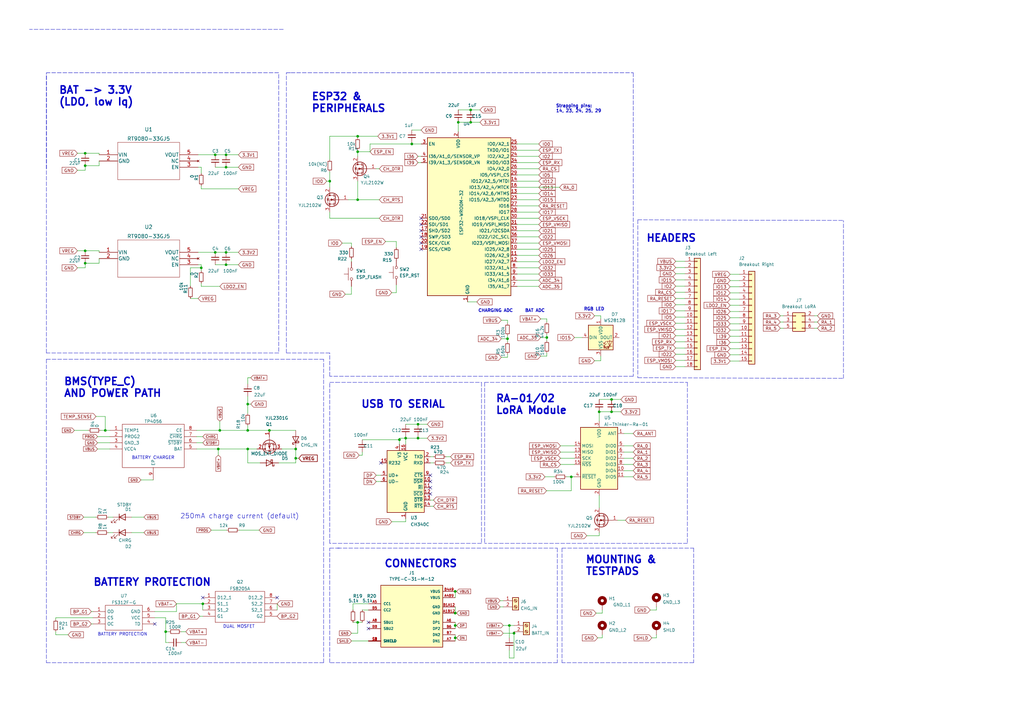
<source format=kicad_sch>
(kicad_sch (version 20211123) (generator eeschema)
  (paper "A3")
  (junction (at 121.285 184.15))
  (junction (at 34.925 107.95))
  (junction (at 92.71 108.585))
  (junction (at 34.925 67.945))
  (junction (at 186.69 261.62))
  (junction (at 166.37 179.705))
  (junction (at 82.55 109.855))
  (junction (at 163.83 180.34))
  (junction (at 245.745 168.91))
  (junction (at 187.96 50.165))
  (junction (at 234.315 195.58))
  (junction (at 121.285 187.96))
  (junction (at 193.04 45.085))
  (junction (at 135.255 74.295))
  (junction (at 110.49 176.53))
  (junction (at 34.925 102.87))
  (junction (at 101.6 176.53))
  (junction (at 146.685 55.88))
  (junction (at 186.69 242.57))
  (junction (at 224.282 138.43))
  (junction (at 67.945 259.08))
  (junction (at 92.71 63.5))
  (junction (at 146.685 62.23))
  (junction (at 208.915 256.54))
  (junction (at 186.69 256.54))
  (junction (at 208.153 138.938))
  (junction (at 34.925 62.865))
  (junction (at 146.685 255.27))
  (junction (at 83.185 247.65))
  (junction (at 171.45 173.99))
  (junction (at 146.685 81.915))
  (junction (at 250.825 163.83))
  (junction (at 101.6 165.735))
  (junction (at 193.04 50.165))
  (junction (at 89.535 184.15))
  (junction (at 210.82 259.715))
  (junction (at 88.265 103.505))
  (junction (at 92.71 103.505))
  (junction (at 90.17 176.53))
  (junction (at 186.69 251.46))
  (junction (at 168.91 59.055))
  (junction (at 88.265 63.5))
  (junction (at 101.6 184.15))
  (junction (at 43.18 176.53))
  (junction (at 92.71 68.58))
  (junction (at 250.825 168.91))
  (junction (at 171.45 179.705))
  (no_connect (at 176.53 202.565))
  (no_connect (at 172.72 92.075))
  (no_connect (at 172.72 89.535))
  (no_connect (at 172.72 94.615))
  (no_connect (at 172.72 97.155))
  (no_connect (at 172.72 102.235))
  (no_connect (at 172.72 99.695))
  (no_connect (at 151.13 257.81))
  (no_connect (at 151.13 255.27))
  (no_connect (at 83.185 245.11))
  (no_connect (at 113.665 245.11))
  (no_connect (at 63.5 255.905))
  (no_connect (at 176.53 200.025))
  (no_connect (at 176.53 194.945))
  (no_connect (at 176.53 197.485))
  (no_connect (at 156.21 189.865))
  (wire (pts (xy 151.765 59.055) (xy 151.765 62.23)))
  (wire (pts (xy 41.275 176.53) (xy 43.18 176.53)))
  (wire (pts (xy 82.55 109.855) (xy 82.55 111.125)))
  (wire (pts (xy 335.28 129.54) (xy 334.01 129.54)))
  (polyline (pts (xy 135.255 224.79) (xy 139.7 224.79)))
  (wire (pts (xy 81.28 103.505) (xy 88.265 103.505)))
  (wire (pts (xy 166.37 179.705) (xy 171.45 179.705)))
  (wire (pts (xy 212.09 104.775) (xy 220.98 104.775)))
  (polyline (pts (xy 119.38 29.845) (xy 259.715 29.845)))
  (wire (pts (xy 101.6 162.56) (xy 101.6 165.735)))
  (wire (pts (xy 250.825 163.83) (xy 254.635 163.83)))
  (wire (pts (xy 208.153 137.668) (xy 208.153 138.938)))
  (wire (pts (xy 176.53 205.105) (xy 177.8 205.105)))
  (wire (pts (xy 259.715 187.96) (xy 255.905 187.96)))
  (wire (pts (xy 166.37 213.995) (xy 166.37 212.725)))
  (wire (pts (xy 40.64 62.865) (xy 40.64 63.5)))
  (wire (pts (xy 220.98 66.675) (xy 212.09 66.675)))
  (wire (pts (xy 43.18 176.53) (xy 45.085 176.53)))
  (wire (pts (xy 259.715 190.5) (xy 255.905 190.5)))
  (wire (pts (xy 212.09 64.135) (xy 220.98 64.135)))
  (wire (pts (xy 38.1 253.365) (xy 22.86 253.365)))
  (wire (pts (xy 212.09 94.615) (xy 220.98 94.615)))
  (wire (pts (xy 141.605 120.65) (xy 144.145 120.65)))
  (wire (pts (xy 224.282 144.78) (xy 224.282 146.05)))
  (wire (pts (xy 245.745 218.44) (xy 245.745 219.71)))
  (wire (pts (xy 168.91 58.42) (xy 168.91 59.055)))
  (wire (pts (xy 321.31 129.54) (xy 320.04 129.54)))
  (wire (pts (xy 229.87 185.42) (xy 235.585 185.42)))
  (wire (pts (xy 212.09 79.375) (xy 220.98 79.375)))
  (wire (pts (xy 277.114 135.128) (xy 280.924 135.128)))
  (wire (pts (xy 90.17 176.53) (xy 90.17 172.72)))
  (wire (pts (xy 43.18 170.815) (xy 43.18 176.53)))
  (wire (pts (xy 82.55 77.47) (xy 82.55 76.2)))
  (wire (pts (xy 146.685 81.915) (xy 155.575 81.915)))
  (wire (pts (xy 78.105 117.348) (xy 78.105 109.855)))
  (wire (pts (xy 182.88 187.325) (xy 184.785 187.325)))
  (wire (pts (xy 277.114 145.288) (xy 280.924 145.288)))
  (wire (pts (xy 277.114 150.368) (xy 280.924 150.368)))
  (wire (pts (xy 121.285 184.15) (xy 121.285 187.96)))
  (polyline (pts (xy 19.05 29.845) (xy 19.05 30.48)))
  (wire (pts (xy 110.49 176.53) (xy 121.285 176.53)))
  (wire (pts (xy 144.78 250.19) (xy 144.78 247.65)))
  (wire (pts (xy 299.466 135.382) (xy 303.276 135.382)))
  (wire (pts (xy 220.98 114.935) (xy 212.09 114.935)))
  (wire (pts (xy 221.742 130.81) (xy 224.282 130.81)))
  (wire (pts (xy 31.75 62.865) (xy 34.925 62.865)))
  (wire (pts (xy 277.114 124.968) (xy 280.924 124.968)))
  (wire (pts (xy 151.765 59.055) (xy 168.91 59.055)))
  (wire (pts (xy 186.69 261.62) (xy 186.69 262.89)))
  (wire (pts (xy 144.78 247.65) (xy 151.13 247.65)))
  (wire (pts (xy 320.04 132.08) (xy 321.31 132.08)))
  (wire (pts (xy 247.015 260.35) (xy 247.015 261.62)))
  (wire (pts (xy 148.59 250.19) (xy 151.13 250.19)))
  (wire (pts (xy 166.37 179.07) (xy 166.37 179.705)))
  (wire (pts (xy 154.94 55.88) (xy 146.685 55.88)))
  (wire (pts (xy 171.45 66.675) (xy 172.72 66.675)))
  (polyline (pts (xy 284.48 224.79) (xy 284.48 271.78)))
  (wire (pts (xy 212.09 109.855) (xy 220.98 109.855)))
  (wire (pts (xy 144.145 106.172) (xy 144.145 107.315)))
  (wire (pts (xy 78.105 109.855) (xy 82.55 109.855)))
  (wire (pts (xy 269.24 250.19) (xy 266.7 250.19)))
  (wire (pts (xy 205.105 246.38) (xy 206.375 246.38)))
  (wire (pts (xy 243.84 147.955) (xy 246.38 147.955)))
  (polyline (pts (xy 259.715 29.845) (xy 259.715 154.305)))
  (wire (pts (xy 210.82 269.875) (xy 210.82 259.715)))
  (wire (pts (xy 208.915 266.7) (xy 208.915 269.875)))
  (wire (pts (xy 221.742 146.05) (xy 224.282 146.05)))
  (wire (pts (xy 269.24 261.62) (xy 267.335 261.62)))
  (wire (pts (xy 101.6 157.48) (xy 101.6 154.94)))
  (wire (pts (xy 220.98 117.475) (xy 212.09 117.475)))
  (wire (pts (xy 250.825 168.91) (xy 254.635 168.91)))
  (wire (pts (xy 37.465 250.825) (xy 38.1 250.825)))
  (wire (pts (xy 234.315 195.58) (xy 235.585 195.58)))
  (wire (pts (xy 335.28 134.62) (xy 334.01 134.62)))
  (wire (pts (xy 205.613 146.558) (xy 208.153 146.558)))
  (wire (pts (xy 245.745 168.91) (xy 250.825 168.91)))
  (wire (pts (xy 59.055 212.09) (xy 53.975 212.09)))
  (wire (pts (xy 22.86 253.365) (xy 22.86 254)))
  (wire (pts (xy 212.09 92.075) (xy 220.98 92.075)))
  (wire (pts (xy 146.685 255.27) (xy 146.685 259.715)))
  (wire (pts (xy 101.6 174.625) (xy 101.6 176.53)))
  (wire (pts (xy 88.265 63.5) (xy 92.71 63.5)))
  (wire (pts (xy 299.466 143.002) (xy 303.276 143.002)))
  (polyline (pts (xy 228.6 271.78) (xy 135.255 271.78)))
  (wire (pts (xy 229.87 182.88) (xy 235.585 182.88)))
  (wire (pts (xy 148.59 186.69) (xy 148.59 185.42)))
  (wire (pts (xy 80.645 176.53) (xy 90.17 176.53)))
  (polyline (pts (xy 198.755 156.845) (xy 281.94 156.845)))
  (wire (pts (xy 142.875 81.915) (xy 146.685 81.915)))
  (wire (pts (xy 106.68 189.865) (xy 101.6 189.865)))
  (wire (pts (xy 277.114 122.428) (xy 280.924 122.428)))
  (wire (pts (xy 67.945 253.365) (xy 67.945 259.08)))
  (wire (pts (xy 163.83 182.245) (xy 163.83 180.34)))
  (wire (pts (xy 176.53 207.645) (xy 177.8 207.645)))
  (wire (pts (xy 146.685 81.915) (xy 146.685 74.295)))
  (wire (pts (xy 221.742 138.43) (xy 224.282 138.43)))
  (wire (pts (xy 299.466 148.082) (xy 303.276 148.082)))
  (wire (pts (xy 259.715 193.04) (xy 255.905 193.04)))
  (wire (pts (xy 212.09 97.155) (xy 220.98 97.155)))
  (wire (pts (xy 97.79 77.47) (xy 82.55 77.47)))
  (wire (pts (xy 208.153 131.318) (xy 208.153 132.588)))
  (wire (pts (xy 62.865 196.85) (xy 57.785 196.85)))
  (wire (pts (xy 186.69 260.35) (xy 186.69 261.62)))
  (wire (pts (xy 212.09 102.235) (xy 220.98 102.235)))
  (wire (pts (xy 34.925 102.87) (xy 40.64 102.87)))
  (wire (pts (xy 144.78 255.27) (xy 146.685 255.27)))
  (polyline (pts (xy 230.505 224.79) (xy 284.48 224.79)))
  (wire (pts (xy 40.64 102.87) (xy 40.64 103.505)))
  (wire (pts (xy 299.466 112.522) (xy 303.276 112.522)))
  (wire (pts (xy 144.145 101.092) (xy 144.145 99.695)))
  (polyline (pts (xy 114.3 29.845) (xy 19.05 29.845)))
  (wire (pts (xy 46.355 218.44) (xy 44.45 218.44)))
  (wire (pts (xy 235.585 138.43) (xy 238.76 138.43)))
  (polyline (pts (xy 228.6 224.79) (xy 228.6 271.78)))
  (wire (pts (xy 224.155 201.295) (xy 234.315 201.295)))
  (wire (pts (xy 253.365 213.36) (xy 256.54 213.36)))
  (wire (pts (xy 186.69 248.92) (xy 186.69 251.46)))
  (wire (pts (xy 40.64 66.04) (xy 40.64 67.945)))
  (wire (pts (xy 67.945 263.525) (xy 67.945 259.08)))
  (wire (pts (xy 277.114 112.268) (xy 280.924 112.268)))
  (wire (pts (xy 277.114 107.188) (xy 280.924 107.188)))
  (wire (pts (xy 40.64 107.95) (xy 34.925 107.95)))
  (wire (pts (xy 212.09 81.915) (xy 220.98 81.915)))
  (wire (pts (xy 171.45 173.99) (xy 166.37 173.99)))
  (wire (pts (xy 140.335 99.695) (xy 144.145 99.695)))
  (polyline (pts (xy 19.05 147.32) (xy 132.715 147.32)))
  (wire (pts (xy 34.29 212.09) (xy 39.37 212.09)))
  (wire (pts (xy 40.64 67.945) (xy 34.925 67.945)))
  (wire (pts (xy 246.38 129.54) (xy 246.38 130.81)))
  (wire (pts (xy 80.645 184.15) (xy 89.535 184.15)))
  (wire (pts (xy 208.915 269.875) (xy 210.82 269.875)))
  (wire (pts (xy 208.915 261.62) (xy 208.915 256.54)))
  (wire (pts (xy 259.715 182.88) (xy 255.905 182.88)))
  (wire (pts (xy 115.57 184.15) (xy 121.285 184.15)))
  (wire (pts (xy 166.37 179.705) (xy 166.37 182.245)))
  (wire (pts (xy 299.466 125.222) (xy 303.276 125.222)))
  (wire (pts (xy 177.8 189.865) (xy 176.53 189.865)))
  (wire (pts (xy 40.64 106.045) (xy 40.64 107.95)))
  (wire (pts (xy 277.114 114.808) (xy 280.924 114.808)))
  (wire (pts (xy 144.145 120.65) (xy 144.145 117.475)))
  (wire (pts (xy 122.555 187.96) (xy 121.285 187.96)))
  (wire (pts (xy 234.315 201.295) (xy 234.315 195.58)))
  (wire (pts (xy 205.105 248.92) (xy 206.375 248.92)))
  (wire (pts (xy 245.745 163.83) (xy 250.825 163.83)))
  (wire (pts (xy 37.465 255.905) (xy 38.1 255.905)))
  (wire (pts (xy 277.114 117.348) (xy 280.924 117.348)))
  (wire (pts (xy 245.745 219.71) (xy 240.665 219.71)))
  (wire (pts (xy 22.86 260.35) (xy 27.94 260.35)))
  (wire (pts (xy 259.715 185.42) (xy 255.905 185.42)))
  (polyline (pts (xy 132.715 271.78) (xy 132.715 147.32)))
  (polyline (pts (xy 117.475 144.78) (xy 117.475 29.845)))
  (wire (pts (xy 208.153 138.938) (xy 208.153 140.208)))
  (wire (pts (xy 163.83 179.705) (xy 163.83 180.34)))
  (wire (pts (xy 277.114 109.728) (xy 280.924 109.728)))
  (wire (pts (xy 277.114 132.588) (xy 280.924 132.588)))
  (wire (pts (xy 121.285 189.865) (xy 121.285 187.96)))
  (wire (pts (xy 39.37 170.815) (xy 43.18 170.815)))
  (polyline (pts (xy 19.05 271.78) (xy 132.715 271.78)))
  (wire (pts (xy 299.466 115.062) (xy 303.276 115.062)))
  (wire (pts (xy 187.96 50.165) (xy 187.96 53.975)))
  (wire (pts (xy 162.56 120.015) (xy 162.56 116.84)))
  (wire (pts (xy 247.015 250.19) (xy 247.015 251.46)))
  (wire (pts (xy 247.015 261.62) (xy 245.11 261.62)))
  (wire (pts (xy 81.28 122.428) (xy 78.105 122.428)))
  (wire (pts (xy 83.185 247.65) (xy 83.185 250.19)))
  (wire (pts (xy 210.82 259.715) (xy 210.82 259.08)))
  (wire (pts (xy 40.005 184.15) (xy 45.085 184.15)))
  (polyline (pts (xy 135.255 222.885) (xy 135.255 156.845)))
  (polyline (pts (xy 261.62 90.17) (xy 261.62 154.94)))
  (polyline (pts (xy 135.255 154.305) (xy 135.255 144.78)))
  (wire (pts (xy 277.114 127.508) (xy 280.924 127.508)))
  (wire (pts (xy 22.86 259.08) (xy 22.86 260.35)))
  (wire (pts (xy 205.613 131.318) (xy 208.153 131.318)))
  (wire (pts (xy 34.925 62.865) (xy 40.64 62.865)))
  (wire (pts (xy 224.282 137.16) (xy 224.282 138.43)))
  (wire (pts (xy 299.466 145.542) (xy 303.276 145.542)))
  (wire (pts (xy 299.466 120.142) (xy 303.276 120.142)))
  (wire (pts (xy 299.466 117.602) (xy 303.276 117.602)))
  (wire (pts (xy 101.6 184.15) (xy 105.41 184.15)))
  (wire (pts (xy 208.153 145.288) (xy 208.153 146.558)))
  (wire (pts (xy 212.09 112.395) (xy 220.98 112.395)))
  (wire (pts (xy 135.255 89.535) (xy 135.255 86.995)))
  (wire (pts (xy 154.305 197.485) (xy 156.21 197.485)))
  (wire (pts (xy 212.09 69.215) (xy 220.98 69.215)))
  (wire (pts (xy 147.32 186.69) (xy 148.59 186.69)))
  (wire (pts (xy 246.38 146.05) (xy 246.38 147.955)))
  (polyline (pts (xy 19.05 69.215) (xy 19.05 30.48)))
  (wire (pts (xy 269.24 248.92) (xy 269.24 250.19)))
  (wire (pts (xy 89.535 184.15) (xy 101.6 184.15)))
  (wire (pts (xy 135.255 55.88) (xy 135.255 65.405)))
  (wire (pts (xy 162.56 99.06) (xy 162.56 101.6)))
  (wire (pts (xy 229.87 190.5) (xy 235.585 190.5)))
  (wire (pts (xy 101.6 154.94) (xy 102.87 154.94)))
  (polyline (pts (xy 135.255 144.78) (xy 117.475 144.78)))
  (wire (pts (xy 168.91 53.34) (xy 172.72 53.34)))
  (wire (pts (xy 245.745 203.2) (xy 245.745 208.28)))
  (wire (pts (xy 135.255 70.485) (xy 135.255 74.295)))
  (wire (pts (xy 212.09 86.995) (xy 220.98 86.995)))
  (wire (pts (xy 101.6 165.735) (xy 101.6 169.545)))
  (wire (pts (xy 31.75 102.87) (xy 34.925 102.87)))
  (wire (pts (xy 299.466 122.682) (xy 303.276 122.682)))
  (wire (pts (xy 193.04 45.085) (xy 196.85 45.085)))
  (wire (pts (xy 186.69 256.54) (xy 186.69 257.81)))
  (wire (pts (xy 212.09 59.055) (xy 220.98 59.055)))
  (wire (pts (xy 299.466 130.302) (xy 303.276 130.302)))
  (wire (pts (xy 212.09 74.295) (xy 220.98 74.295)))
  (wire (pts (xy 151.765 62.23) (xy 146.685 62.23)))
  (wire (pts (xy 259.715 177.8) (xy 255.905 177.8)))
  (wire (pts (xy 187.96 45.085) (xy 193.04 45.085)))
  (wire (pts (xy 92.71 63.5) (xy 97.79 63.5)))
  (wire (pts (xy 232.41 195.58) (xy 234.315 195.58)))
  (wire (pts (xy 146.685 62.23) (xy 146.685 64.135)))
  (wire (pts (xy 114.3 189.865) (xy 121.285 189.865)))
  (wire (pts (xy 212.09 76.835) (xy 229.489 76.835)))
  (wire (pts (xy 97.79 108.585) (xy 92.71 108.585)))
  (wire (pts (xy 31.75 69.85) (xy 34.925 69.85)))
  (wire (pts (xy 224.282 130.81) (xy 224.282 132.08)))
  (polyline (pts (xy 284.48 271.78) (xy 230.505 271.78)))
  (wire (pts (xy 34.925 109.855) (xy 34.925 107.95)))
  (wire (pts (xy 154.305 194.945) (xy 156.21 194.945)))
  (wire (pts (xy 63.5 253.365) (xy 67.945 253.365)))
  (wire (pts (xy 299.466 132.842) (xy 303.276 132.842)))
  (wire (pts (xy 277.114 142.748) (xy 280.924 142.748)))
  (wire (pts (xy 90.17 117.475) (xy 82.55 117.475)))
  (wire (pts (xy 81.28 108.585) (xy 82.55 108.585)))
  (wire (pts (xy 277.114 137.668) (xy 280.924 137.668)))
  (wire (pts (xy 245.745 168.91) (xy 245.745 172.72)))
  (wire (pts (xy 45.085 179.07) (xy 40.005 179.07)))
  (wire (pts (xy 277.114 119.888) (xy 280.924 119.888)))
  (wire (pts (xy 187.325 256.54) (xy 186.69 256.54)))
  (wire (pts (xy 277.114 140.208) (xy 280.924 140.208)))
  (wire (pts (xy 177.8 187.325) (xy 176.53 187.325)))
  (wire (pts (xy 206.375 259.715) (xy 210.82 259.715)))
  (wire (pts (xy 247.015 251.46) (xy 244.475 251.46)))
  (wire (pts (xy 82.55 108.585) (xy 82.55 109.855)))
  (wire (pts (xy 299.466 137.922) (xy 303.276 137.922)))
  (polyline (pts (xy 197.485 156.845) (xy 197.485 222.885)))
  (polyline (pts (xy 259.715 154.305) (xy 135.255 154.305)))
  (wire (pts (xy 102.87 165.735) (xy 101.6 165.735)))
  (wire (pts (xy 90.17 176.53) (xy 101.6 176.53)))
  (wire (pts (xy 168.91 59.055) (xy 172.72 59.055)))
  (wire (pts (xy 144.145 262.89) (xy 151.13 262.89)))
  (wire (pts (xy 97.79 68.58) (xy 92.71 68.58)))
  (wire (pts (xy 205.613 138.938) (xy 208.153 138.938)))
  (wire (pts (xy 212.09 89.535) (xy 220.98 89.535)))
  (polyline (pts (xy 345.948 155.194) (xy 345.948 90.424)))
  (wire (pts (xy 82.55 117.475) (xy 82.55 116.205)))
  (wire (pts (xy 34.925 69.85) (xy 34.925 67.945)))
  (wire (pts (xy 299.466 140.462) (xy 303.276 140.462)))
  (polyline (pts (xy 197.485 222.885) (xy 135.255 222.885)))
  (wire (pts (xy 206.375 256.54) (xy 208.915 256.54)))
  (polyline (pts (xy 135.255 156.845) (xy 137.795 156.845)))
  (wire (pts (xy 299.466 127.762) (xy 303.276 127.762)))
  (wire (pts (xy 45.085 181.61) (xy 40.005 181.61)))
  (wire (pts (xy 67.945 259.08) (xy 69.215 259.08)))
  (wire (pts (xy 193.04 50.165) (xy 196.85 50.165)))
  (wire (pts (xy 155.575 89.535) (xy 135.255 89.535)))
  (wire (pts (xy 98.044 217.424) (xy 106.299 217.424)))
  (wire (pts (xy 335.28 132.08) (xy 334.01 132.08)))
  (polyline (pts (xy 117.475 29.845) (xy 119.38 29.845)))
  (wire (pts (xy 101.6 189.865) (xy 101.6 184.15)))
  (wire (pts (xy 259.715 195.58) (xy 255.905 195.58)))
  (polyline (pts (xy 198.755 156.845) (xy 198.755 222.885)))
  (wire (pts (xy 74.295 259.08) (xy 76.2 259.08)))
  (wire (pts (xy 212.09 84.455) (xy 220.98 84.455)))
  (wire (pts (xy 81.28 68.58) (xy 82.55 68.58)))
  (wire (pts (xy 92.964 217.424) (xy 86.614 217.424)))
  (polyline (pts (xy 19.05 144.78) (xy 19.05 30.48)))
  (wire (pts (xy 277.114 147.828) (xy 280.924 147.828)))
  (wire (pts (xy 34.29 218.44) (xy 39.37 218.44)))
  (wire (pts (xy 171.45 179.07) (xy 171.45 179.705)))
  (polyline (pts (xy 137.795 156.845) (xy 197.485 156.845)))
  (wire (pts (xy 163.83 179.705) (xy 166.37 179.705)))
  (wire (pts (xy 224.282 138.43) (xy 224.282 139.7)))
  (wire (pts (xy 186.69 261.62) (xy 187.325 261.62)))
  (wire (pts (xy 88.265 108.585) (xy 92.71 108.585)))
  (wire (pts (xy 133.985 74.295) (xy 135.255 74.295)))
  (wire (pts (xy 63.5 250.825) (xy 72.39 250.825)))
  (polyline (pts (xy 116.205 12.065) (xy 12.065 12.065)))
  (wire (pts (xy 158.115 99.06) (xy 162.56 99.06)))
  (polyline (pts (xy 261.62 154.94) (xy 345.948 155.194)))
  (wire (pts (xy 186.69 242.57) (xy 186.69 245.11)))
  (wire (pts (xy 82.55 68.58) (xy 82.55 71.12)))
  (wire (pts (xy 59.055 218.44) (xy 53.975 218.44)))
  (wire (pts (xy 175.26 173.99) (xy 171.45 173.99)))
  (polyline (pts (xy 281.94 222.885) (xy 198.755 222.885)))
  (wire (pts (xy 227.33 195.58) (xy 223.52 195.58)))
  (wire (pts (xy 72.39 247.65) (xy 83.185 247.65)))
  (wire (pts (xy 81.28 63.5) (xy 88.265 63.5)))
  (wire (pts (xy 269.24 260.35) (xy 269.24 261.62)))
  (wire (pts (xy 146.685 61.595) (xy 146.685 62.23)))
  (wire (pts (xy 186.69 255.27) (xy 186.69 256.54)))
  (wire (pts (xy 171.45 179.705) (xy 175.26 179.705)))
  (polyline (pts (xy 114.3 30.48) (xy 114.3 144.78)))
  (wire (pts (xy 182.88 189.865) (xy 184.785 189.865)))
  (wire (pts (xy 212.09 107.315) (xy 220.98 107.315)))
  (wire (pts (xy 88.265 68.58) (xy 92.71 68.58)))
  (wire (pts (xy 160.655 120.015) (xy 162.56 120.015)))
  (wire (pts (xy 74.295 263.525) (xy 76.2 263.525)))
  (polyline (pts (xy 261.62 90.17) (xy 345.948 90.424)))
  (wire (pts (xy 67.945 263.525) (xy 69.215 263.525)))
  (wire (pts (xy 320.04 134.62) (xy 321.31 134.62)))
  (wire (pts (xy 30.48 176.53) (xy 36.195 176.53)))
  (wire (pts (xy 146.685 55.88) (xy 146.685 56.515)))
  (wire (pts (xy 89.535 184.15) (xy 89.535 186.69)))
  (wire (pts (xy 277.114 130.048) (xy 280.924 130.048)))
  (polyline (pts (xy 138.43 224.79) (xy 228.6 224.79)))
  (wire (pts (xy 92.71 103.505) (xy 97.79 103.505)))
  (wire (pts (xy 146.685 255.27) (xy 148.59 255.27)))
  (wire (pts (xy 191.77 123.825) (xy 195.58 123.825)))
  (wire (pts (xy 144.145 259.715) (xy 146.685 259.715)))
  (wire (pts (xy 160.655 213.995) (xy 166.37 213.995)))
  (wire (pts (xy 187.96 50.165) (xy 193.04 50.165)))
  (wire (pts (xy 88.265 103.505) (xy 92.71 103.505)))
  (polyline (pts (xy 230.505 224.79) (xy 230.505 271.78)))
  (wire (pts (xy 187.325 242.57) (xy 186.69 242.57)))
  (wire (pts (xy 113.665 247.65) (xy 113.665 250.19)))
  (wire (pts (xy 83.185 179.07) (xy 80.645 179.07)))
  (wire (pts (xy 212.09 99.695) (xy 220.98 99.695)))
  (wire (pts (xy 154.305 69.215) (xy 155.575 69.215)))
  (wire (pts (xy 212.09 61.595) (xy 220.98 61.595)))
  (wire (pts (xy 187.325 251.46) (xy 186.69 251.46)))
  (wire (pts (xy 101.6 176.53) (xy 110.49 176.53)))
  (wire (pts (xy 229.87 187.96) (xy 235.585 187.96)))
  (wire (pts (xy 163.83 180.34) (xy 148.59 180.34)))
  (wire (pts (xy 83.185 181.61) (xy 80.645 181.61)))
  (polyline (pts (xy 135.255 271.78) (xy 135.255 224.79)))
  (wire (pts (xy 135.255 55.88) (xy 146.685 55.88)))
  (wire (pts (xy 31.75 109.855) (xy 34.925 109.855)))
  (wire (pts (xy 212.09 71.755) (xy 220.98 71.755)))
  (wire (pts (xy 46.355 212.09) (xy 44.45 212.09)))
  (polyline (pts (xy 114.3 144.78) (xy 19.05 144.78)))
  (polyline (pts (xy 281.94 156.845) (xy 281.94 222.885)))
  (polyline (pts (xy 19.05 147.32) (xy 19.05 271.78)))
  (wire (pts (xy 171.45 64.135) (xy 172.72 64.135)))
  (wire (pts (xy 208.915 256.54) (xy 210.82 256.54)))
  (wire (pts (xy 81.915 252.73) (xy 83.185 252.73)))
  (wire (pts (xy 135.255 74.295) (xy 135.255 76.835)))
  (wire (pts (xy 72.39 247.65) (xy 72.39 250.825)))
  (wire (pts (xy 243.84 129.54) (xy 246.38 129.54)))
  (text "MOUNTING &\nTESTPADS" (at 240.03 236.22 0) (effects (font (size 3 3) (thickness 0.6) bold) (justify left bottom)))
  (text "BATTERY PROTECTION" (at 38.1 240.665 0) (effects (font (size 3 3) (thickness 0.6) bold) (justify left bottom)))
  (text "RGB LED" (at 239.395 127.635 0) (effects (font (size 1.27 1.27) bold) (justify left bottom)))
  (text "CHARGING ADC" (at 196.088 128.27 0) (effects (font (size 1.27 1.27) bold) (justify left bottom)))
  (text "BAT ADC" (at 215.265 128.27 0) (effects (font (size 1.27 1.27) bold) (justify left bottom)))
  (text "ESP32 &\nPERIPHERALS" (at 127.635 46.355 0) (effects (font (size 3 3) bold) (justify left bottom)))
  (text "BATTERY CHARGER" (at 53.975 188.595 0) (effects (font (size 1.27 1.27)) (justify left bottom)))
  (text "RA-01/02\nLoRA Module" (at 203.2 170.18 0) (effects (font (size 3 3) bold) (justify left bottom)))
  (text "CONNECTORS" (at 157.48 233.045 0) (effects (font (size 3 3) (thickness 0.6) bold) (justify left bottom)))
  (text "Strapping pins:\n14, 23, 24, 25, 29" (at 227.965 46.355 0) (effects (font (size 1.27 1.27) bold) (justify left bottom)))
  (text "BAT -> 3.3V \n(LDO, low Iq)" (at 24.003 43.688 0) (effects (font (size 3 3) (thickness 0.6) bold) (justify left bottom)))
  (text "USB TO SERIAL" (at 147.955 167.64 0) (effects (font (size 3 3) (thickness 0.6) bold) (justify left bottom)))
  (text "250mA charge current (default)" (at 73.914 212.979 0) (effects (font (size 2 2)) (justify left bottom)))
  (text "HEADERS" (at 264.922 99.568 0) (effects (font (size 3 3) bold) (justify left bottom)))
  (text "BMS(TYPE_C)\nAND POWER PATH" (at 26.035 163.195 0) (effects (font (size 3 3) (thickness 0.6) bold) (justify left bottom)))
  (text "BATTERY PROTECTION" (at 40.005 260.985 0) (effects (font (size 1.27 1.27)) (justify left bottom)))
  (text "DUAL MOSFET" (at 91.44 257.81 0) (effects (font (size 1.27 1.27)) (justify left bottom)))
  (global_label "GND" (shape input) (at 144.145 259.715 180) (effects (font (size 1 1))) (property "Intersheet References" "${INTERSHEET_REFS}" (effects hide)))
  (global_label "IO17" (shape input) (at 277.114 127.508 180) (property "Intersheet References" "${INTERSHEET_REFS}" (effects hide)))
  (global_label "IO14" (shape input) (at 220.98 79.375 0) (property "Intersheet References" "${INTERSHEET_REFS}" (effects hide)))
  (global_label "VREG" (shape input) (at 97.79 77.47 0) (property "Intersheet References" "${INTERSHEET_REFS}" (effects hide)))
  (global_label "IO15" (shape input) (at 277.114 114.808 180) (property "Intersheet References" "${INTERSHEET_REFS}" (effects hide)))
  (global_label "DN" (shape input) (at 187.325 261.62 0) (effects (font (size 1 1))) (property "Intersheet References" "${INTERSHEET_REFS}" (effects hide)))
  (global_label "RA_3" (shape input) (at 259.715 190.5 0) (property "Intersheet References" "${INTERSHEET_REFS}" (effects hide)))
  (global_label "GND" (shape input) (at 172.72 53.34 0) (property "Intersheet References" "${INTERSHEET_REFS}" (effects hide)))
  (global_label "ESP_RX" (shape input) (at 277.114 140.208 180) (property "Intersheet References" "${INTERSHEET_REFS}" (effects hide)))
  (global_label "GND" (shape input) (at 277.114 112.268 180) (property "Intersheet References" "${INTERSHEET_REFS}" (effects hide)))
  (global_label "ESP_VMOSI" (shape input) (at 220.98 99.695 0) (property "Intersheet References" "${INTERSHEET_REFS}" (effects hide)))
  (global_label "IO12" (shape input) (at 299.466 120.142 180) (property "Intersheet References" "${INTERSHEET_REFS}" (effects hide)))
  (global_label "ESP_RX" (shape input) (at 184.785 187.325 0) (property "Intersheet References" "${INTERSHEET_REFS}" (effects hide)))
  (global_label "GND" (shape input) (at 205.105 248.92 180) (effects (font (size 1 1))) (property "Intersheet References" "${INTERSHEET_REFS}" (effects hide)))
  (global_label "ESP_EN" (shape input) (at 151.765 62.23 0) (property "Intersheet References" "${INTERSHEET_REFS}" (effects hide)))
  (global_label "IO5" (shape input) (at 220.98 71.755 0) (property "Intersheet References" "${INTERSHEET_REFS}" (effects hide)))
  (global_label "ESP_VSCK" (shape input) (at 220.98 89.535 0) (property "Intersheet References" "${INTERSHEET_REFS}" (effects hide)))
  (global_label "3.3V1" (shape input) (at 299.466 148.082 180) (property "Intersheet References" "${INTERSHEET_REFS}" (effects hide)))
  (global_label "IO2" (shape input) (at 277.114 117.348 180) (property "Intersheet References" "${INTERSHEET_REFS}" (effects hide)))
  (global_label "CHRG" (shape input) (at 34.29 218.44 180) (effects (font (size 1 1))) (property "Intersheet References" "${INTERSHEET_REFS}" (effects hide)))
  (global_label "DP" (shape input) (at 187.325 256.54 0) (effects (font (size 1 1))) (property "Intersheet References" "${INTERSHEET_REFS}" (effects hide)))
  (global_label "GND" (shape input) (at 335.28 129.54 0) (property "Intersheet References" "${INTERSHEET_REFS}" (effects hide)))
  (global_label "GND" (shape input) (at 27.94 260.35 0) (property "Intersheet References" "${INTERSHEET_REFS}" (effects hide)))
  (global_label "ESP_VMISO" (shape input) (at 220.98 92.075 0) (property "Intersheet References" "${INTERSHEET_REFS}" (effects hide)))
  (global_label "GND" (shape input) (at 245.11 261.62 180) (property "Intersheet References" "${INTERSHEET_REFS}" (effects hide)))
  (global_label "DN" (shape input) (at 154.305 197.485 180) (property "Intersheet References" "${INTERSHEET_REFS}" (effects hide)))
  (global_label "VBAT-" (shape input) (at 76.2 263.525 0) (property "Intersheet References" "${INTERSHEET_REFS}" (effects hide)))
  (global_label "GND" (shape input) (at 106.299 217.424 0) (property "Intersheet References" "${INTERSHEET_REFS}" (effects hide)))
  (global_label "RA_2" (shape input) (at 335.28 134.62 0) (property "Intersheet References" "${INTERSHEET_REFS}" (effects hide)))
  (global_label "I36" (shape input) (at 299.466 140.462 180) (property "Intersheet References" "${INTERSHEET_REFS}" (effects hide)))
  (global_label "VBUS" (shape input) (at 205.613 131.318 180) (property "Intersheet References" "${INTERSHEET_REFS}" (effects hide)))
  (global_label "DP" (shape input) (at 154.305 194.945 180) (property "Intersheet References" "${INTERSHEET_REFS}" (effects hide)))
  (global_label "IO21" (shape input) (at 220.98 94.615 0) (property "Intersheet References" "${INTERSHEET_REFS}" (effects hide)))
  (global_label "VBUS" (shape input) (at 59.055 212.09 0) (effects (font (size 1 1))) (property "Intersheet References" "${INTERSHEET_REFS}" (effects hide)))
  (global_label "IO15" (shape input) (at 235.585 138.43 180) (property "Intersheet References" "${INTERSHEET_REFS}" (effects hide)))
  (global_label "LDO2_EN" (shape input) (at 90.17 117.475 0) (property "Intersheet References" "${INTERSHEET_REFS}" (effects hide)))
  (global_label "ESP_RX" (shape input) (at 220.98 66.675 0) (property "Intersheet References" "${INTERSHEET_REFS}" (effects hide)))
  (global_label "RA_1" (shape input) (at 335.28 132.08 0) (property "Intersheet References" "${INTERSHEET_REFS}" (effects hide)))
  (global_label "RA_RESET" (shape input) (at 224.155 201.295 180) (property "Intersheet References" "${INTERSHEET_REFS}" (effects hide)))
  (global_label "GND" (shape input) (at 277.114 150.368 180) (property "Intersheet References" "${INTERSHEET_REFS}" (effects hide)))
  (global_label "RA_RESET" (shape input) (at 220.98 84.455 0) (property "Intersheet References" "${INTERSHEET_REFS}" (effects hide)))
  (global_label "RA_RESET" (shape input) (at 256.54 213.36 0) (property "Intersheet References" "${INTERSHEET_REFS}" (effects hide)))
  (global_label "ADC_34" (shape input) (at 205.613 138.938 180) (property "Intersheet References" "${INTERSHEET_REFS}" (effects hide)))
  (global_label "3.3V1" (shape input) (at 154.94 55.88 0) (property "Intersheet References" "${INTERSHEET_REFS}" (effects hide)))
  (global_label "ADC_35" (shape input) (at 221.742 138.43 180) (property "Intersheet References" "${INTERSHEET_REFS}" (effects hide)))
  (global_label "ESP_TX" (shape input) (at 184.785 189.865 0) (property "Intersheet References" "${INTERSHEET_REFS}" (effects hide)))
  (global_label "BP_G1" (shape input) (at 37.465 250.825 180) (property "Intersheet References" "${INTERSHEET_REFS}" (effects hide)))
  (global_label "RA_CS" (shape input) (at 229.87 190.5 180) (property "Intersheet References" "${INTERSHEET_REFS}" (effects hide)))
  (global_label "RA_4" (shape input) (at 259.715 193.04 0) (property "Intersheet References" "${INTERSHEET_REFS}" (effects hide)))
  (global_label "IO13" (shape input) (at 299.466 117.602 180) (property "Intersheet References" "${INTERSHEET_REFS}" (effects hide)))
  (global_label "GND" (shape input) (at 187.325 251.46 0) (effects (font (size 1 1))) (property "Intersheet References" "${INTERSHEET_REFS}" (effects hide)))
  (global_label "VBUS" (shape input) (at 277.114 107.188 180) (property "Intersheet References" "${INTERSHEET_REFS}" (effects hide)))
  (global_label "VREG" (shape input) (at 31.75 62.865 180) (property "Intersheet References" "${INTERSHEET_REFS}" (effects hide)))
  (global_label "RA_RESET" (shape input) (at 277.114 122.428 180) (property "Intersheet References" "${INTERSHEET_REFS}" (effects hide)))
  (global_label "I39" (shape input) (at 171.45 66.675 180) (property "Intersheet References" "${INTERSHEET_REFS}" (effects hide)))
  (global_label "TEMP_SENSE" (shape input) (at 39.37 170.815 180) (property "Intersheet References" "${INTERSHEET_REFS}" (effects hide)))
  (global_label "IO26" (shape input) (at 220.98 104.775 0) (property "Intersheet References" "${INTERSHEET_REFS}" (effects hide)))
  (global_label "VBAT+" (shape input) (at 76.2 259.08 0) (property "Intersheet References" "${INTERSHEET_REFS}" (effects hide)))
  (global_label "IO5" (shape input) (at 277.114 130.048 180) (property "Intersheet References" "${INTERSHEET_REFS}" (effects hide)))
  (global_label "RA_2" (shape input) (at 259.715 187.96 0) (property "Intersheet References" "${INTERSHEET_REFS}" (effects hide)))
  (global_label "IO22" (shape input) (at 277.114 145.288 180) (property "Intersheet References" "${INTERSHEET_REFS}" (effects hide)))
  (global_label "ESP_VSCK" (shape input) (at 229.87 187.96 180) (property "Intersheet References" "${INTERSHEET_REFS}" (effects hide)))
  (global_label "CH_RTS" (shape input) (at 177.8 207.645 0) (property "Intersheet References" "${INTERSHEET_REFS}" (effects hide)))
  (global_label "3.3V1" (shape input) (at 97.79 63.5 0) (property "Intersheet References" "${INTERSHEET_REFS}" (effects hide)))
  (global_label "IO25" (shape input) (at 299.466 130.302 180) (property "Intersheet References" "${INTERSHEET_REFS}" (effects hide)))
  (global_label "RA_4" (shape input) (at 320.04 132.08 180) (property "Intersheet References" "${INTERSHEET_REFS}" (effects hide)))
  (global_label "LDO2_EN" (shape input) (at 299.466 125.222 180) (property "Intersheet References" "${INTERSHEET_REFS}" (effects hide)))
  (global_label "IO33" (shape input) (at 299.466 132.842 180) (property "Intersheet References" "${INTERSHEET_REFS}" (effects hide)))
  (global_label "GND" (shape input) (at 102.87 165.735 0) (property "Intersheet References" "${INTERSHEET_REFS}" (effects hide)))
  (global_label "CH_DTR" (shape input) (at 155.575 89.535 0) (property "Intersheet References" "${INTERSHEET_REFS}" (effects hide)))
  (global_label "GND" (shape input) (at 30.48 176.53 180) (effects (font (size 1 1))) (property "Intersheet References" "${INTERSHEET_REFS}" (effects hide)))
  (global_label "IO32" (shape input) (at 220.98 109.855 0) (property "Intersheet References" "${INTERSHEET_REFS}" (effects hide)))
  (global_label "CH_RTS" (shape input) (at 155.575 81.915 0) (property "Intersheet References" "${INTERSHEET_REFS}" (effects hide)))
  (global_label "CH_DTR" (shape input) (at 155.575 69.215 0) (property "Intersheet References" "${INTERSHEET_REFS}" (effects hide)))
  (global_label "3.3V2" (shape input) (at 223.52 195.58 180) (property "Intersheet References" "${INTERSHEET_REFS}" (effects hide)))
  (global_label "3.3V2" (shape input) (at 97.79 103.505 0) (property "Intersheet References" "${INTERSHEET_REFS}" (effects hide)))
  (global_label "GND" (shape input) (at 97.79 108.585 0) (property "Intersheet References" "${INTERSHEET_REFS}" (effects hide)))
  (global_label "SHLD" (shape input) (at 144.145 262.89 180) (effects (font (size 1 1))) (property "Intersheet References" "${INTERSHEET_REFS}" (effects hide)))
  (global_label "PROG" (shape input) (at 40.005 179.07 180) (effects (font (size 1 1))) (property "Intersheet References" "${INTERSHEET_REFS}" (effects hide)))
  (global_label "IO0" (shape input) (at 140.335 99.695 180) (property "Intersheet References" "${INTERSHEET_REFS}" (effects hide)))
  (global_label "VREG" (shape input) (at 299.466 112.522 180) (property "Intersheet References" "${INTERSHEET_REFS}" (effects hide)))
  (global_label "RA_ANT" (shape input) (at 259.715 177.8 0) (property "Intersheet References" "${INTERSHEET_REFS}" (effects hide)))
  (global_label "VBUS" (shape input) (at 187.325 242.57 0) (effects (font (size 1 1))) (property "Intersheet References" "${INTERSHEET_REFS}" (effects hide)))
  (global_label "GND" (shape input) (at 31.75 69.85 180) (property "Intersheet References" "${INTERSHEET_REFS}" (effects hide)))
  (global_label "VREG" (shape input) (at 81.28 122.428 0) (property "Intersheet References" "${INTERSHEET_REFS}" (effects hide)))
  (global_label "RA_CS" (shape input) (at 220.98 69.215 0) (property "Intersheet References" "${INTERSHEET_REFS}" (effects hide)))
  (global_label "VBAT+" (shape input) (at 221.742 130.81 180) (property "Intersheet References" "${INTERSHEET_REFS}" (effects hide)))
  (global_label "GND" (shape input) (at 160.655 213.995 180) (property "Intersheet References" "${INTERSHEET_REFS}" (effects hide)))
  (global_label "LDO2_EN" (shape input) (at 220.98 107.315 0) (property "Intersheet References" "${INTERSHEET_REFS}" (effects hide)))
  (global_label "GND" (shape input) (at 97.79 68.58 0) (property "Intersheet References" "${INTERSHEET_REFS}" (effects hide)))
  (global_label "IO0" (shape input) (at 220.98 59.055 0) (property "Intersheet References" "${INTERSHEET_REFS}" (effects hide)))
  (global_label "ESP_VMISO" (shape input) (at 229.87 185.42 180) (property "Intersheet References" "${INTERSHEET_REFS}" (effects hide)))
  (global_label "ESP_VMOSI" (shape input) (at 229.87 182.88 180) (property "Intersheet References" "${INTERSHEET_REFS}" (effects hide)))
  (global_label "GND" (shape input) (at 113.665 247.65 0) (property "Intersheet References" "${INTERSHEET_REFS}" (effects hide)))
  (global_label "VBUS" (shape input) (at 205.105 246.38 180) (effects (font (size 1 1))) (property "Intersheet References" "${INTERSHEET_REFS}" (effects hide)))
  (global_label "IO14" (shape input) (at 299.466 122.682 180) (property "Intersheet References" "${INTERSHEET_REFS}" (effects hide)))
  (global_label "3.3V2" (shape input) (at 243.84 129.54 180) (property "Intersheet References" "${INTERSHEET_REFS}" (effects hide)))
  (global_label "GND" (shape input) (at 244.475 251.46 180) (property "Intersheet References" "${INTERSHEET_REFS}" (effects hide)))
  (global_label "IO15" (shape input) (at 220.98 81.915 0) (property "Intersheet References" "${INTERSHEET_REFS}" (effects hide)))
  (global_label "IO12" (shape input) (at 220.98 74.295 0) (property "Intersheet References" "${INTERSHEET_REFS}" (effects hide)))
  (global_label "BP_G2" (shape input) (at 37.465 255.905 180) (property "Intersheet References" "${INTERSHEET_REFS}" (effects hide)))
  (global_label "GND" (shape input) (at 31.75 109.855 180) (property "Intersheet References" "${INTERSHEET_REFS}" (effects hide)))
  (global_label "VBAT+" (shape input) (at 102.87 154.94 0) (effects (font (size 1 1))) (property "Intersheet References" "${INTERSHEET_REFS}" (effects hide)))
  (global_label "IO26" (shape input) (at 299.466 127.762 180) (property "Intersheet References" "${INTERSHEET_REFS}" (effects hide)))
  (global_label "IO33" (shape input) (at 220.98 112.395 0) (property "Intersheet References" "${INTERSHEET_REFS}" (effects hide)))
  (global_label "BP_G2" (shape input) (at 113.665 252.73 0) (property "Intersheet References" "${INTERSHEET_REFS}" (effects hide)))
  (global_label "STDBY" (shape input) (at 34.29 212.09 180) (effects (font (size 1 1))) (property "Intersheet References" "${INTERSHEET_REFS}" (effects hide)))
  (global_label "ESP_VMOSI" (shape input) (at 277.114 147.828 180) (property "Intersheet References" "${INTERSHEET_REFS}" (effects hide)))
  (global_label "RA_3" (shape input) (at 320.04 129.54 180) (property "Intersheet References" "${INTERSHEET_REFS}" (effects hide)))
  (global_label "GND" (shape input) (at 243.84 147.955 180) (property "Intersheet References" "${INTERSHEET_REFS}" (effects hide)))
  (global_label "GND" (shape input) (at 195.58 123.825 0) (property "Intersheet References" "${INTERSHEET_REFS}" (effects hide)))
  (global_label "IO2" (shape input) (at 220.98 64.135 0) (property "Intersheet References" "${INTERSHEET_REFS}" (effects hide)))
  (global_label "CHRG" (shape input) (at 83.185 179.07 0) (effects (font (size 1 1))) (property "Intersheet References" "${INTERSHEET_REFS}" (effects hide)))
  (global_label "CH_DTR" (shape input) (at 177.8 205.105 0) (property "Intersheet References" "${INTERSHEET_REFS}" (effects hide)))
  (global_label "BP_G1" (shape input) (at 81.915 252.73 180) (property "Intersheet References" "${INTERSHEET_REFS}" (effects hide)))
  (global_label "IO32" (shape input) (at 299.466 135.382 180) (property "Intersheet References" "${INTERSHEET_REFS}" (effects hide)))
  (global_label "VBUS" (shape input) (at 40.005 184.15 180) (effects (font (size 1 1))) (property "Intersheet References" "${INTERSHEET_REFS}" (effects hide)))
  (global_label "3.3V2" (shape input) (at 277.114 109.728 180) (property "Intersheet References" "${INTERSHEET_REFS}" (effects hide)))
  (global_label "GND" (shape input) (at 57.785 196.85 180) (effects (font (size 1 1))) (property "Intersheet References" "${INTERSHEET_REFS}" (effects hide)))
  (global_label "GND" (shape input) (at 221.742 146.05 180) (property "Intersheet References" "${INTERSHEET_REFS}" (effects hide)))
  (global_label "VREG" (shape input) (at 122.555 187.96 0) (effects (font (thickness 0.254) bold)) (property "Intersheet References" "${INTERSHEET_REFS}" (effects hide)))
  (global_label "RA_5" (shape input) (at 320.04 134.62 180) (property "Intersheet References" "${INTERSHEET_REFS}" (effects hide)))
  (global_label "IO0" (shape input) (at 277.114 124.968 180) (property "Intersheet References" "${INTERSHEET_REFS}" (effects hide)))
  (global_label "GND" (shape input) (at 175.26 173.99 0) (property "Intersheet References" "${INTERSHEET_REFS}" (effects hide)))
  (global_label "GND" (shape input) (at 40.005 181.61 180) (effects (font (size 1 1))) (property "Intersheet References" "${INTERSHEET_REFS}" (effects hide)))
  (global_label "VBUS" (shape input) (at 90.17 172.72 90) (effects (font (size 1 1))) (property "Intersheet References" "${INTERSHEET_REFS}" (effects hide)))
  (global_label "ESP_EN" (shape input) (at 299.466 143.002 180) (property "Intersheet References" "${INTERSHEET_REFS}" (effects hide)))
  (global_label "ESP_VMISO" (shape input) (at 277.114 135.128 180) (property "Intersheet References" "${INTERSHEET_REFS}" (effects hide)))
  (global_label "GND" (shape input) (at 160.655 120.015 180) (property "Intersheet References" "${INTERSHEET_REFS}" (effects hide)))
  (global_label "I39" (shape input) (at 299.466 137.922 180) (property "Intersheet References" "${INTERSHEET_REFS}" (effects hide)))
  (global_label "ADC_34" (shape input) (at 220.98 114.935 0) (property "Intersheet References" "${INTERSHEET_REFS}" (effects hide)))
  (global_label "RA_5" (shape input) (at 259.715 195.58 0) (property "Intersheet References" "${INTERSHEET_REFS}" (effects hide)))
  (global_label "IO13" (shape input) (at 220.98 76.835 0) (property "Intersheet References" "${INTERSHEET_REFS}" (effects hide)))
  (global_label "I36" (shape input) (at 171.45 64.135 180) (property "Intersheet References" "${INTERSHEET_REFS}" (effects hide)))
  (global_label "ESP_TX" (shape input) (at 220.98 61.595 0) (property "Intersheet References" "${INTERSHEET_REFS}" (effects hide)))
  (global_label "VBAT-" (shape input) (at 206.375 259.715 180) (effects (font (size 1 1))) (property "Intersheet References" "${INTERSHEET_REFS}" (effects hide)))
  (global_label "RA_0" (shape input) (at 259.715 182.88 0) (property "Intersheet References" "${INTERSHEET_REFS}" (effects hide)))
  (global_label "ESP_TX" (shape input) (at 277.114 142.748 180) (property "Intersheet References" "${INTERSHEET_REFS}" (effects hide)))
  (global_label "3.3V2" (shape input) (at 254.635 168.91 0) (property "Intersheet References" "${INTERSHEET_REFS}" (effects hide)))
  (global_label "3.3V2" (shape input) (at 175.26 179.705 0) (property "Intersheet References" "${INTERSHEET_REFS}" (effects hide)))
  (global_label "3.3V1" (shape input) (at 196.85 50.165 0) (property "Intersheet References" "${INTERSHEET_REFS}" (effects hide)))
  (global_label "GND" (shape input) (at 240.665 219.71 180) (property "Intersheet References" "${INTERSHEET_REFS}" (effects hide)))
  (global_label "RA_1" (shape input) (at 259.715 185.42 0) (property "Intersheet References" "${INTERSHEET_REFS}" (effects hide)))
  (global_label "VBUS" (shape input) (at 59.055 218.44 0) (effects (font (size 1 1))) (property "Intersheet References" "${INTERSHEET_REFS}" (effects hide)))
  (global_label "ESP_EN" (shape input) (at 158.115 99.06 180) (property "Intersheet References" "${INTERSHEET_REFS}" (effects hide)))
  (global_label "GND" (shape input) (at 299.466 145.542 180) (property "Intersheet References" "${INTERSHEET_REFS}" (effects hide)))
  (global_label "GND" (shape input) (at 299.466 115.062 180) (property "Intersheet References" "${INTERSHEET_REFS}" (effects hide)))
  (global_label "VBAT+" (shape input) (at 206.375 256.54 180) (effects (font (size 1 1))) (property "Intersheet References" "${INTERSHEET_REFS}" (effects hide)))
  (global_label "IO25" (shape input) (at 220.98 102.235 0) (property "Intersheet References" "${INTERSHEET_REFS}" (effects hide)))
  (global_label "SHLD" (shape input) (at 267.335 261.62 180) (property "Intersheet References" "${INTERSHEET_REFS}" (effects hide)))
  (global_label "STDBY" (shape input) (at 83.185 181.61 0) (effects (font (size 1 1))) (property "Intersheet References" "${INTERSHEET_REFS}" (effects hide)))
  (global_label "PROG" (shape input) (at 86.614 217.424 180) (effects (font (size 1 1))) (property "Intersheet References" "${INTERSHEET_REFS}" (effects hide)))
  (global_label "GND" (shape input) (at 254.635 163.83 0) (property "Intersheet References" "${INTERSHEET_REFS}" (effects hide)))
  (global_label "IO0" (shape input) (at 133.985 74.295 180) (property "Intersheet References" "${INTERSHEET_REFS}" (effects hide)))
  (global_label "GND" (shape input) (at 196.85 45.085 0) (property "Intersheet References" "${INTERSHEET_REFS}" (effects hide)))
  (global_label "VBAT-" (shape input) (at 72.39 247.65 180) (property "Intersheet References" "${INTERSHEET_REFS}" (effects hide)))
  (global_label "RA_CS" (shape input) (at 277.114 119.888 180) (property "Intersheet References" "${INTERSHEET_REFS}" (effects hide)))
  (global_label "VBAT+" (shape input) (at 89.535 186.69 270) (effects (font (size 1 1))) (property "Intersheet References" "${INTERSHEET_REFS}" (effects hide)))
  (global_label "IO17" (shape input) (at 220.98 86.995 0) (property "Intersheet References" "${INTERSHEET_REFS}" (effects hide)))
  (global_label "GND" (shape input) (at 266.7 250.19 180) (property "Intersheet References" "${INTERSHEET_REFS}" (effects hide)))
  (global_label "GND" (shape input) (at 147.32 186.69 180) (property "Intersheet References" "${INTERSHEET_REFS}" (effects hide)))
  (global_label "RA_0" (shape input) (at 229.489 76.835 0) (property "Intersheet References" "${INTERSHEET_REFS}" (effects hide)))
  (global_label "ADC_35" (shape input) (at 220.98 117.475 0) (property "Intersheet References" "${INTERSHEET_REFS}" (effects hide)))
  (global_label "VREG" (shape input) (at 31.75 102.87 180) (property "Intersheet References" "${INTERSHEET_REFS}" (effects hide)))
  (global_label "GND" (shape input) (at 205.613 146.558 180) (property "Intersheet References" "${INTERSHEET_REFS}" (effects hide)))
  (global_label "IO21" (shape input) (at 277.114 137.668 180) (property "Intersheet References" "${INTERSHEET_REFS}" (effects hide)))
  (global_label "IO22" (shape input) (at 220.98 97.155 0) (property "Intersheet References" "${INTERSHEET_REFS}" (effects hide)))
  (global_label "ESP_VSCK" (shape input) (at 277.114 132.588 180) (property "Intersheet References" "${INTERSHEET_REFS}" (effects hide)))
  (global_label "GND" (shape input) (at 141.605 120.65 180) (property "Intersheet References" "${INTERSHEET_REFS}" (effects hide)))
  (symbol (lib_id "Device:R_Small") (at 144.145 103.632 0) (unit 1)
    (property "Reference" "R22" (at 138.43 106.172 0) (effects (justify left)))
    (property "Value" "330" (at 139.065 103.632 0) (effects (justify left)))
    (property "Footprint" "Resistor_SMD:R_0603_1608Metric" (effects hide))
  )
  (symbol (lib_id "LED:WS2812B") (at 246.38 138.43 0) (unit 1)
    (property "Reference" "D7" (at 252.095 128.905 0))
    (property "Value" "WS2812B" (at 252.095 131.445 0))
    (property "Footprint" "LED_SMD:LED_WS2812B_PLCC4_5.0x5.0mm_P3.2mm" (effects hide))
    (property "Datasheet" "https://cdn-shop.adafruit.com/datasheets/WS2812B.pdf" (effects hide))
  )
  (symbol (lib_id "Device:R_Small") (at 180.34 187.325 90) (unit 1)
    (property "Reference" "R23" (at 180.34 183.515 90) (effects (justify left)))
    (property "Value" "470" (at 181.61 185.42 90) (effects (justify left)))
    (property "Footprint" "Resistor_SMD:R_0603_1608Metric" (effects hide))
  )
  (symbol (lib_id "Device:C_Small") (at 88.265 106.045 0) (unit 1)
    (property "Reference" "C4" (at 86.995 101.981 0) (effects (justify left)))
    (property "Value" "22uF" (at 85.217 111.125 0) (effects (justify left)))
    (property "Footprint" "Capacitor_SMD:C_0805_2012Metric" (effects hide))
  )
  (symbol (lib_id "Device:Q_NMOS_GDS") (at 149.225 69.215 0) (mirror y) (unit 1)
    (property "Reference" "Q4" (at 151.765 72.39 0) (effects (justify left)))
    (property "Value" "YJL2102W" (at 157.48 74.93 0) (effects (justify left)))
    (property "Footprint" "Package_TO_SOT_SMD:SOT-323_SC-70" (effects hide))
  )
  (symbol (lib_id "Device:R_Small") (at 208.153 135.128 180) (unit 1)
    (property "Reference" "R3" (at 204.343 135.128 90) (effects (justify left)))
    (property "Value" "100k" (at 206.248 133.858 90) (effects (justify left)))
    (property "Footprint" "Resistor_SMD:R_0603_1608Metric" (effects hide))
  )
  (symbol (lib_id "Device:R_Small") (at 38.735 176.53 90) (unit 1)
    (property "Reference" "R4" (at 38.0238 175.3108 0) (effects (justify left)))
    (property "Value" "0" (at 39.7888 175.387 0) (effects (justify left)))
    (property "Footprint" "Resistor_SMD:R_0603_1608Metric" (effects hide))
  )
  (symbol (lib_id "Device:C_Small") (at 92.71 66.04 0) (unit 1)
    (property "Reference" "C5" (at 91.948 61.976 0) (effects (justify left)))
    (property "Value" "100nF" (at 91.44 71.12 0) (effects (justify left)))
    (property "Footprint" "Capacitor_SMD:C_0603_1608Metric" (effects hide))
  )
  (symbol (lib_id "Device:R_Small") (at 146.685 59.055 0) (unit 1)
    (property "Reference" "R14" (at 142.875 60.96 0) (effects (justify left)))
    (property "Value" "10k" (at 142.24 59.055 0) (effects (justify left)))
    (property "Footprint" "Resistor_SMD:R_0603_1608Metric" (effects hide))
  )
  (symbol (lib_id "Mechanical:MountingHole_Pad") (at 269.24 257.81 0) (unit 1)
    (property "Reference" "H4" (at 271.907 255.651 0) (effects (justify left)))
    (property "Value" "SHLD" (at 271.907 258.445 0) (effects (justify left)))
    (property "Footprint" "MountingHole:MountingHole_3.2mm_M3_Pad" (effects hide))
  )
  (symbol (lib_id "SamacSys_Parts:TP4056") (at 45.085 176.53 0) (unit 1)
    (property "Reference" "U6" (at 62.992 170.434 0))
    (property "Value" "TP4056" (at 62.865 172.8494 0))
    (property "Footprint" "SAMAC:SOIC127P600X175-9N" (effects hide))
    (property "Datasheet" "https://dlnmh9ip6v2uc.cloudfront.net/datasheets/Prototyping/TP4056.pdf" (effects hide))
    (property "Description" "1A Standalone Linear Li-lon Battery Charger, SOP-8" (effects hide))
    (property "Height" "1.75" (effects hide))
    (property "Manufacturer_Name" "NanJing Top Power" (effects hide))
    (property "Manufacturer_Part_Number" "TP4056" (effects hide))
  )
  (symbol (lib_id "Connector_Generic:Conn_01x15") (at 308.356 130.302 0) (unit 1)
    (property "Reference" "J2" (at 303.022 105.918 0) (effects (justify left)))
    (property "Value" "Breakout Right" (at 303.022 108.458 0) (effects (justify left)))
    (property "Footprint" "Connector_PinHeader_2.54mm:PinHeader_1x15_P2.54mm_Vertical" (effects hide))
  )
  (symbol (lib_id "Device:R_Small") (at 208.153 142.748 180) (unit 1)
    (property "Reference" "R5" (at 204.343 142.748 90) (effects (justify left)))
    (property "Value" "160k" (at 206.248 141.478 90) (effects (justify left)))
    (property "Footprint" "Resistor_SMD:R_0603_1608Metric" (effects hide))
  )
  (symbol (lib_id "Device:C_Small") (at 148.59 182.88 180) (unit 1)
    (property "Reference" "C11" (at 153.035 182.88 0) (effects (justify left)))
    (property "Value" "100nF" (at 151.13 178.435 0) (effects (justify left)))
    (property "Footprint" "Capacitor_SMD:C_0603_1608Metric" (effects hide))
  )
  (symbol (lib_id "Device:R_Small") (at 82.55 113.665 0) (unit 1)
    (property "Reference" "R2" (at 80.5688 114.173 90) (effects (justify left)))
    (property "Value" "0" (at 78.7908 113.0554 90) (effects (justify left)))
    (property "Footprint" "Resistor_SMD:R_0603_1608Metric" (effects hide))
  )
  (symbol (lib_id "Device:R_Small") (at 148.59 252.73 0) (unit 1)
    (property "Reference" "R20" (at 150.495 244.475 0) (effects (justify left)))
    (property "Value" "5.1k" (at 148.59 246.38 0) (effects (justify left)))
    (property "Footprint" "Resistor_SMD:R_0603_1608Metric" (effects hide))
  )
  (symbol (lib_id "Device:C_Small") (at 88.265 66.04 0) (unit 1)
    (property "Reference" "C3" (at 86.995 61.976 0) (effects (justify left)))
    (property "Value" "22uF" (at 85.217 71.12 0) (effects (justify left)))
    (property "Footprint" "Capacitor_SMD:C_0805_2012Metric" (effects hide))
  )
  (symbol (lib_id "Connector:Screw_Terminal_01x02") (at 215.9 256.54 0) (unit 1)
    (property "Reference" "J4" (at 217.932 256.9015 0) (effects (justify left)))
    (property "Value" "BATT_IN" (at 217.932 259.6766 0) (effects (justify left)))
    (property "Footprint" "TerminalBlock_Phoenix:TerminalBlock_Phoenix_PT-1,5-2-3.5-H_1x02_P3.50mm_Horizontal" (effects hide))
  )
  (symbol (lib_id "LDO:RT9080-33GJ5") (at 40.64 63.5 0) (unit 1)
    (property "Reference" "U1" (at 60.96 53.086 0) (effects (font (size 1.524 1.524))))
    (property "Value" "RT9080-33GJ5" (at 60.96 56.896 0) (effects (font (size 1.524 1.524))))
    (property "Footprint" "LDO:RT9080-33GJ5" (effects hide))
  )
  (symbol (lib_id "Connector:Screw_Terminal_01x02") (at 211.455 246.38 0) (unit 1)
    (property "Reference" "J6" (at 213.487 246.7415 0) (effects (justify left)))
    (property "Value" "CHG_IN" (at 213.487 249.5166 0) (effects (justify left)))
    (property "Footprint" "TerminalBlock_Phoenix:TerminalBlock_Phoenix_PT-1,5-2-3.5-H_1x02_P3.50mm_Horizontal" (effects hide))
  )
  (symbol (lib_id "SamacSys_Parts:FS312F-G") (at 38.1 250.825 0) (unit 1)
    (property "Reference" "U7" (at 50.8 244.3693 0))
    (property "Value" "FS312F-G" (at 50.8 247.1444 0))
    (property "Footprint" "SAMAC:SOT95P280X145-6N" (effects hide))
    (property "Datasheet" "https://www.ic-fortune.com/upload/Download/FS312F-G-DS-12_EN.pdf" (effects hide))
    (property "Description" "One Cell Lithium-ion/Polymer Battery Protection IC" (effects hide))
    (property "Height" "1.45" (effects hide))
    (property "Manufacturer_Name" "Fortune Semiconductor Corporation" (effects hide))
    (property "Manufacturer_Part_Number" "FS312F-G" (effects hide))
  )
  (symbol (lib_id "Device:C_Small") (at 92.71 106.045 0) (unit 1)
    (property "Reference" "C6" (at 91.948 101.981 0) (effects (justify left)))
    (property "Value" "100nF" (at 91.44 111.125 0) (effects (justify left)))
    (property "Footprint" "Capacitor_SMD:C_0603_1608Metric" (effects hide))
  )
  (symbol (lib_id "Device:R_Small") (at 229.87 195.58 90) (unit 1)
    (property "Reference" "R34" (at 230.886 193.421 90) (effects (justify left)))
    (property "Value" "100k" (at 231.521 197.612 90) (effects (justify left)))
    (property "Footprint" "Resistor_SMD:R_0603_1608Metric" (effects hide))
  )
  (symbol (lib_id "Device:Q_NMOS_GDS") (at 248.285 213.36 0) (mirror y) (unit 1)
    (property "Reference" "Q5" (at 243.078 212.4515 0) (effects (justify left)))
    (property "Value" "YJL2102W" (at 242.443 215.646 0) (effects (justify left)))
    (property "Footprint" "Package_TO_SOT_SMD:SOT-323_SC-70" (effects hide))
  )
  (symbol (lib_id "Device:R_Small") (at 101.6 172.085 180) (unit 1)
    (property "Reference" "R18" (at 97.79 172.085 90) (effects (justify left)))
    (property "Value" "10k" (at 99.695 169.545 90) (effects (justify left)))
    (property "Footprint" "Resistor_SMD:R_0603_1608Metric" (effects hide))
  )
  (symbol (lib_id "Device:C_Small") (at 34.925 65.405 0) (unit 1)
    (property "Reference" "C1" (at 30.353 65.659 0) (effects (justify left)))
    (property "Value" "22uF" (at 28.321 66.929 0) (effects (justify left)))
    (property "Footprint" "Capacitor_SMD:C_0805_2012Metric" (effects hide))
  )
  (symbol (lib_id "Device:LED") (at 50.165 218.44 0) (unit 1)
    (property "Reference" "D2" (at 53.975 224.155 0) (effects (justify right)))
    (property "Value" "CHRG" (at 53.975 221.615 0) (effects (justify right)))
    (property "Footprint" "LED_SMD:LED_0805_2012Metric" (effects hide))
  )
  (symbol (lib_id "Device:C_Small") (at 166.37 176.53 180) (unit 1)
    (property "Reference" "C12" (at 164.592 176.53 0) (effects (justify left)))
    (property "Value" "22uF" (at 168.91 172.085 0) (effects (justify left)))
    (property "Footprint" "Capacitor_SMD:C_0805_2012Metric" (effects hide))
  )
  (symbol (lib_id "Device:C_Small") (at 71.755 263.525 90) (unit 1)
    (property "Reference" "C14" (at 71.755 266.065 90) (effects (justify left)))
    (property "Value" "100nF" (at 74.93 267.97 90) (effects (justify left)))
    (property "Footprint" "Capacitor_SMD:C_0603_1608Metric" (effects hide))
  )
  (symbol (lib_id "RF_Module:Ai-Thinker-Ra-01") (at 245.745 187.96 0) (unit 1)
    (property "Reference" "U5" (at 247.7644 171.2935 0) (effects (justify left)))
    (property "Value" "Ai-Thinker-Ra-01" (at 247.7644 174.0686 0) (effects (justify left)))
    (property "Footprint" "RF_Module:Ai-Thinker-Ra-01-LoRa" (effects hide))
    (property "Datasheet" "http://wiki.ai-thinker.com/_media/lora/docs/c047ps01a1_ra-01_product_specification_v1.1.pdf" (effects hide))
  )
  (symbol (lib_id "Device:R_Small") (at 82.55 73.66 0) (unit 1)
    (property "Reference" "R1" (at 80.5688 74.168 90) (effects (justify left)))
    (property "Value" "0" (at 78.7908 73.0504 90) (effects (justify left)))
    (property "Footprint" "Resistor_SMD:R_0603_1608Metric" (effects hide))
  )
  (symbol (lib_id "Device:R_Small") (at 224.282 134.62 180) (unit 1)
    (property "Reference" "R16" (at 220.472 134.62 90) (effects (justify left)))
    (property "Value" "44.2k" (at 222.377 133.35 90) (effects (justify left)))
    (property "Footprint" "Resistor_SMD:R_0603_1608Metric" (effects hide))
  )
  (symbol (lib_id "Device:R_Small") (at 162.56 104.14 0) (unit 1)
    (property "Reference" "R15" (at 156.845 106.68 0) (effects (justify left)))
    (property "Value" "330" (at 157.48 104.14 0) (effects (justify left)))
    (property "Footprint" "Resistor_SMD:R_0603_1608Metric" (effects hide))
  )
  (symbol (lib_id "Mechanical:MountingHole_Pad") (at 269.24 246.38 0) (unit 1)
    (property "Reference" "H3" (at 271.78 244.2015 0) (effects (justify left)))
    (property "Value" "GND_L3" (at 271.78 246.9766 0) (effects (justify left)))
    (property "Footprint" "MountingHole:MountingHole_3.2mm_M3_Pad" (effects hide))
  )
  (symbol (lib_id "Device:R_Small") (at 41.91 218.44 90) (unit 1)
    (property "Reference" "R8" (at 41.1988 217.2208 0) (effects (justify left)))
    (property "Value" "1k" (at 42.9638 217.297 0) (effects (justify left)))
    (property "Footprint" "Resistor_SMD:R_0603_1608Metric" (effects hide))
  )
  (symbol (lib_name "D_Schottky_1") (lib_id "Device:D_Schottky") (at 110.49 189.865 180) (unit 1)
    (property "Reference" "D5" (at 116.84 187.96 0))
    (property "Value" "MOS_EXT_DIODE" (at 110.49 186.055 0))
    (property "Footprint" "SAMAC:DIOM5026X262N" (effects hide))
  )
  (symbol (lib_id "Mechanical:MountingHole_Pad") (at 247.015 257.81 0) (unit 1)
    (property "Reference" "H2" (at 249.682 255.651 0) (effects (justify left)))
    (property "Value" "GND_L2" (at 249.682 258.445 0) (effects (justify left)))
    (property "Footprint" "MountingHole:MountingHole_3.2mm_M3_Pad" (effects hide))
  )
  (symbol (lib_id "Device:R_Small") (at 71.755 259.08 90) (unit 1)
    (property "Reference" "R25" (at 71.755 255.27 90) (effects (justify left)))
    (property "Value" "100R" (at 74.295 257.175 90) (effects (justify left)))
    (property "Footprint" "Resistor_SMD:R_0603_1608Metric" (effects hide))
  )
  (symbol (lib_id "Interface_USB:CH340C") (at 166.37 197.485 0) (unit 1)
    (property "Reference" "U3" (at 168.3894 212.3345 0) (effects (justify left)))
    (property "Value" "CH340C" (at 168.3894 215.1096 0) (effects (justify left)))
    (property "Footprint" "Package_SO:SOIC-16_3.9x9.9mm_P1.27mm" (effects hide))
    (property "Datasheet" "https://datasheet.lcsc.com/szlcsc/Jiangsu-Qin-Heng-CH340C_C84681.pdf" (effects hide))
  )
  (symbol (lib_id "Connector_Generic:Conn_02x03_Odd_Even") (at 326.39 132.08 0) (unit 1)
    (property "Reference" "J7" (at 327.66 123.19 0))
    (property "Value" "Breakout LoRA" (at 327.66 125.73 0))
    (property "Footprint" "Connector_PinHeader_2.54mm:PinHeader_2x03_P2.54mm_Vertical" (effects hide))
  )
  (symbol (lib_id "Device:C_Small") (at 101.6 160.02 0) (unit 1)
    (property "Reference" "C8" (at 103.9241 159.1178 0) (effects (justify left)))
    (property "Value" "22uF" (at 104.14 161.925 0) (effects (justify left)))
    (property "Footprint" "Capacitor_SMD:C_0805_2012Metric" (effects hide))
  )
  (symbol (lib_id "Device:R_Small") (at 22.86 256.54 0) (unit 1)
    (property "Reference" "R21" (at 24.0792 255.8288 0) (effects (justify left)))
    (property "Value" "1k" (at 24.003 257.5938 0) (effects (justify left)))
    (property "Footprint" "Resistor_SMD:R_0603_1608Metric" (effects hide))
  )
  (symbol (lib_id "Device:C_Small") (at 187.96 47.625 180) (unit 1)
    (property "Reference" "C9" (at 185.42 47.625 0) (effects (justify left)))
    (property "Value" "22uF" (at 188.595 43.18 0) (effects (justify left)))
    (property "Footprint" "Capacitor_SMD:C_0805_2012Metric" (effects hide))
  )
  (symbol (lib_id "Device:R_Small") (at 180.34 189.865 270) (unit 1)
    (property "Reference" "R24" (at 180.34 193.675 90) (effects (justify left)))
    (property "Value" "470" (at 179.07 191.77 90) (effects (justify left)))
    (property "Footprint" "Resistor_SMD:R_0603_1608Metric" (effects hide))
  )
  (symbol (lib_id "Device:Q_NMOS_GDS") (at 137.795 81.915 0) (mirror y) (unit 1)
    (property "Reference" "Q3" (at 132.588 81.0065 0) (effects (justify left)))
    (property "Value" "YJL2102W" (at 131.953 84.201 0) (effects (justify left)))
    (property "Footprint" "Package_TO_SOT_SMD:SOT-323_SC-70" (effects hide))
  )
  (symbol (lib_id "Device:R_Small") (at 135.255 67.945 0) (unit 1)
    (property "Reference" "R6" (at 131.445 69.85 0) (effects (justify left)))
    (property "Value" "10k(NC)" (at 126.365 67.31 0) (effects (justify left)))
    (property "Footprint" "Resistor_SMD:R_0603_1608Metric" (effects hide))
  )
  (symbol (lib_id "Connector_Generic:Conn_01x18") (at 286.004 127.508 0) (unit 1)
    (property "Reference" "J3" (at 280.924 101.6 0) (effects (justify left)))
    (property "Value" "Breakout Left" (at 280.924 104.14 0) (effects (justify left)))
    (property "Footprint" "Connector_PinHeader_2.54mm:PinHeader_1x18_P2.54mm_Vertical" (effects hide))
  )
  (symbol (lib_id "Device:Q_PMOS_GDS") (at 110.49 181.61 90) (mirror x) (unit 1)
    (property "Reference" "Q1" (at 111.76 173.99 90) (effects (justify left)))
    (property "Value" "YJL2301G" (at 118.237 171.45 90) (effects (justify left)))
    (property "Footprint" "Package_TO_SOT_SMD:SOT-23" (effects hide))
  )
  (symbol (lib_id "Device:R_Small") (at 95.504 217.424 90) (unit 1)
    (property "Reference" "R9" (at 100.584 215.519 90) (effects (justify left)))
    (property "Value" "12k" (at 93.599 215.519 90) (effects (justify left)))
    (property "Footprint" "Resistor_SMD:R_0603_1608Metric" (effects hide))
  )
  (symbol (lib_id "Switch:SW_Push") (at 162.56 111.76 90) (unit 1)
    (property "Reference" "SW2" (at 163.83 110.4899 90) (effects (justify right)))
    (property "Value" "ESP_RST" (at 163.83 113.0299 90) (effects (justify right)))
    (property "Footprint" "SAMAC:SKQYABE010" (effects hide))
  )
  (symbol (lib_id "Device:R_Small") (at 224.282 142.24 180) (unit 1)
    (property "Reference" "R10" (at 220.472 142.24 90) (effects (justify left)))
    (property "Value" "160k" (at 222.377 140.97 90) (effects (justify left)))
    (property "Footprint" "Resistor_SMD:R_0603_1608Metric" (effects hide))
  )
  (symbol (lib_id "SamacSys_Parts:FS8205A") (at 83.185 245.11 0) (unit 1)
    (property "Reference" "Q2" (at 98.425 238.6543 0))
    (property "Value" "FS8205A" (at 98.425 241.4294 0))
    (property "Footprint" "SAMAC:SOP65P640X120-8N" (effects hide))
    (property "Datasheet" "http://www.ic-fortune.com/upload/Download/FS8205A-DS-12_EN.pdf" (effects hide))
    (property "Description" "Dual N-Channel Enahncement Mode Power MOSFET" (effects hide))
    (property "Height" "1.2" (effects hide))
    (property "Manufacturer_Name" "fortune" (effects hide))
    (property "Manufacturer_Part_Number" "FS8205A" (effects hide))
  )
  (symbol (lib_id "Device:C_Small") (at 193.04 47.625 180) (unit 1)
    (property "Reference" "C15" (at 197.485 47.625 0) (effects (justify left)))
    (property "Value" "1uF" (at 195.58 43.18 0) (effects (justify left)))
    (property "Footprint" "Capacitor_SMD:C_0603_1608Metric" (effects hide))
  )
  (symbol (lib_id "Device:LED") (at 50.165 212.09 0) (unit 1)
    (property "Reference" "D1" (at 53.975 208.915 0) (effects (justify right)))
    (property "Value" "STDBY" (at 53.975 207.01 0) (effects (justify right)))
    (property "Footprint" "LED_SMD:LED_0805_2012Metric" (effects hide))
  )
  (symbol (lib_id "Switch:SW_Push") (at 144.145 112.395 90) (unit 1)
    (property "Reference" "SW1" (at 146.05 111.1249 90) (effects (justify right)))
    (property "Value" "ESP_FLASH" (at 146.05 113.6649 90) (effects (justify right)))
    (property "Footprint" "SAMAC:SKQYABE010" (effects hide))
  )
  (symbol (lib_id "LDO:RT9080-33GJ5") (at 40.64 103.505 0) (unit 1)
    (property "Reference" "U2" (at 60.96 93.091 0) (effects (font (size 1.524 1.524))))
    (property "Value" "RT9080-33GJ5" (at 60.96 96.901 0) (effects (font (size 1.524 1.524))))
    (property "Footprint" "LDO:RT9080-33GJ5" (effects hide))
  )
  (symbol (lib_id "Device:C_Small") (at 168.91 55.88 180) (unit 1)
    (property "Reference" "C7" (at 166.37 55.88 0) (effects (justify left)))
    (property "Value" "1uF" (at 169.545 51.435 0) (effects (justify left)))
    (property "Footprint" "Capacitor_SMD:C_0603_1608Metric" (effects hide))
  )
  (symbol (lib_id "Device:C_Small") (at 250.825 166.37 180) (unit 1)
    (property "Reference" "C18" (at 255.27 166.37 0) (effects (justify left)))
    (property "Value" "100nF" (at 253.365 161.925 0) (effects (justify left)))
    (property "Footprint" "Capacitor_SMD:C_0603_1608Metric" (effects hide))
  )
  (symbol (lib_id "Device:D_Schottky") (at 121.285 180.34 90) (unit 1)
    (property "Reference" "D6" (at 123.317 179.749 90) (effects (justify right)))
    (property "Value" "CHG_IN" (at 123.317 182.5241 90) (effects (justify right)))
    (property "Footprint" "SAMAC:DIOM5026X262N" (effects hide))
  )
  (symbol (lib_id "Device:C_Small") (at 171.45 176.53 180) (unit 1)
    (property "Reference" "C13" (at 175.768 176.53 0) (effects (justify left)))
    (property "Value" "100nF" (at 175.641 172.085 0) (effects (justify left)))
    (property "Footprint" "Capacitor_SMD:C_0603_1608Metric" (effects hide))
  )
  (symbol (lib_id "USB:TYPE-C-31-M-12") (at 168.91 252.73 0) (unit 1)
    (property "Reference" "J1" (at 168.91 234.95 0))
    (property "Value" "TYPE-C-31-M-12" (at 168.91 237.49 0))
    (property "Footprint" "USB:B_TYPE-C-31-M-12" (effects hide))
    (property "MAXIMUM_PACKAGE_HEIGHT" "3.26 mm" (effects hide))
    (property "PARTREV" "2020.12.08" (effects hide))
    (property "MANUFACTURER" "HRO Electronics Co., Ltd." (effects hide))
    (property "SNAPEDA_PN" "TYPE-C-31-M-12" (effects hide))
    (property "STANDARD" "Manufacturer Recommendations" (effects hide))
  )
  (symbol (lib_id "RF_Module:ESP32-WROOM-32") (at 187.96 89.535 0) (unit 1)
    (property "Reference" "U4" (at 189.9794 50.8 0) (effects (justify left)))
    (property "Value" "ESP32-WROOM-32" (at 189.23 96.52 90) (effects (justify left)))
    (property "Footprint" "RF_Module:ESP32-WROOM-32" (effects hide))
    (property "Datasheet" "." (effects hide))
  )
  (symbol (lib_id "Device:R_Small") (at 41.91 212.09 90) (unit 1)
    (property "Reference" "R7" (at 41.1988 210.8708 0) (effects (justify left)))
    (property "Value" "1k" (at 42.9638 210.947 0) (effects (justify left)))
    (property "Footprint" "Resistor_SMD:R_0603_1608Metric" (effects hide))
  )
  (symbol (lib_id "Device:R_Small") (at 78.105 119.888 0) (unit 1)
    (property "Reference" "R11" (at 76.1238 120.396 90) (effects (justify left)))
    (property "Value" "10k" (at 74.3458 119.2784 90) (effects (justify left)))
    (property "Footprint" "Resistor_SMD:R_0603_1608Metric" (effects hide))
  )
  (symbol (lib_id "Device:R_Small") (at 144.78 252.73 0) (unit 1)
    (property "Reference" "R19" (at 144.78 244.475 0) (effects (justify left)))
    (property "Value" "5.1k" (at 142.875 246.38 0) (effects (justify left)))
    (property "Footprint" "Resistor_SMD:R_0603_1608Metric" (effects hide))
  )
  (symbol (lib_id "Device:C_Small") (at 208.915 264.16 0) (unit 1)
    (property "Reference" "C10" (at 211.2391 263.2578 0) (effects (justify left)))
    (property "Value" "22uF" (at 211.455 266.065 0) (effects (justify left)))
    (property "Footprint" "Capacitor_SMD:C_0805_2012Metric" (effects hide))
  )
  (symbol (lib_id "Device:C_Small") (at 245.745 166.37 180) (unit 1)
    (property "Reference" "C17" (at 243.205 166.37 0) (effects (justify left)))
    (property "Value" "22uF" (at 246.38 161.925 0) (effects (justify left)))
    (property "Footprint" "Capacitor_SMD:C_0805_2012Metric" (effects hide))
  )
  (symbol (lib_id "Mechanical:MountingHole_Pad") (at 247.015 247.65 0) (unit 1)
    (property "Reference" "H1" (at 249.682 245.491 0) (effects (justify left)))
    (property "Value" "GND_L1" (at 251.46 248.031 0) (effects (justify left)))
    (property "Footprint" "MountingHole:MountingHole_3.2mm_M3_Pad" (effects hide))
  )
  (symbol (lib_id "Device:C_Small") (at 34.925 105.41 0) (unit 1)
    (property "Reference" "C2" (at 30.353 105.664 0) (effects (justify left)))
    (property "Value" "22uF" (at 28.321 106.934 0) (effects (justify left)))
    (property "Footprint" "Capacitor_SMD:C_0805_2012Metric" (effects hide))
  )
)
</source>
